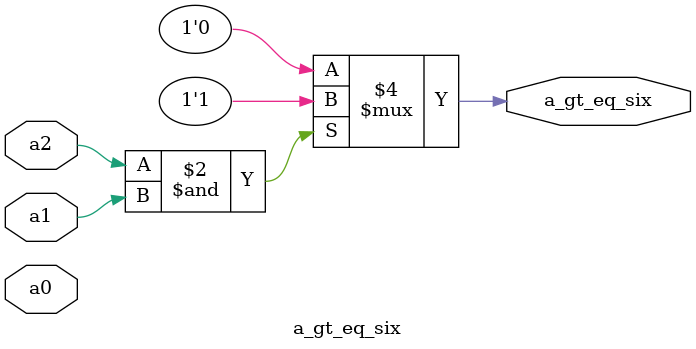
<source format=v>
module a_gt_eq_six (a2, a1, a0, a_gt_eq_six);
input a2, a1, a0;
output a_gt_eq_six;

reg a_gt_eq_six;

always @ (a2 or a1 or a0)
begin
	if (a2 & a1)
		a_gt_eq_six = 1'b1;
	else
		a_gt_eq_six = 1'b0;
end
endmodule

</source>
